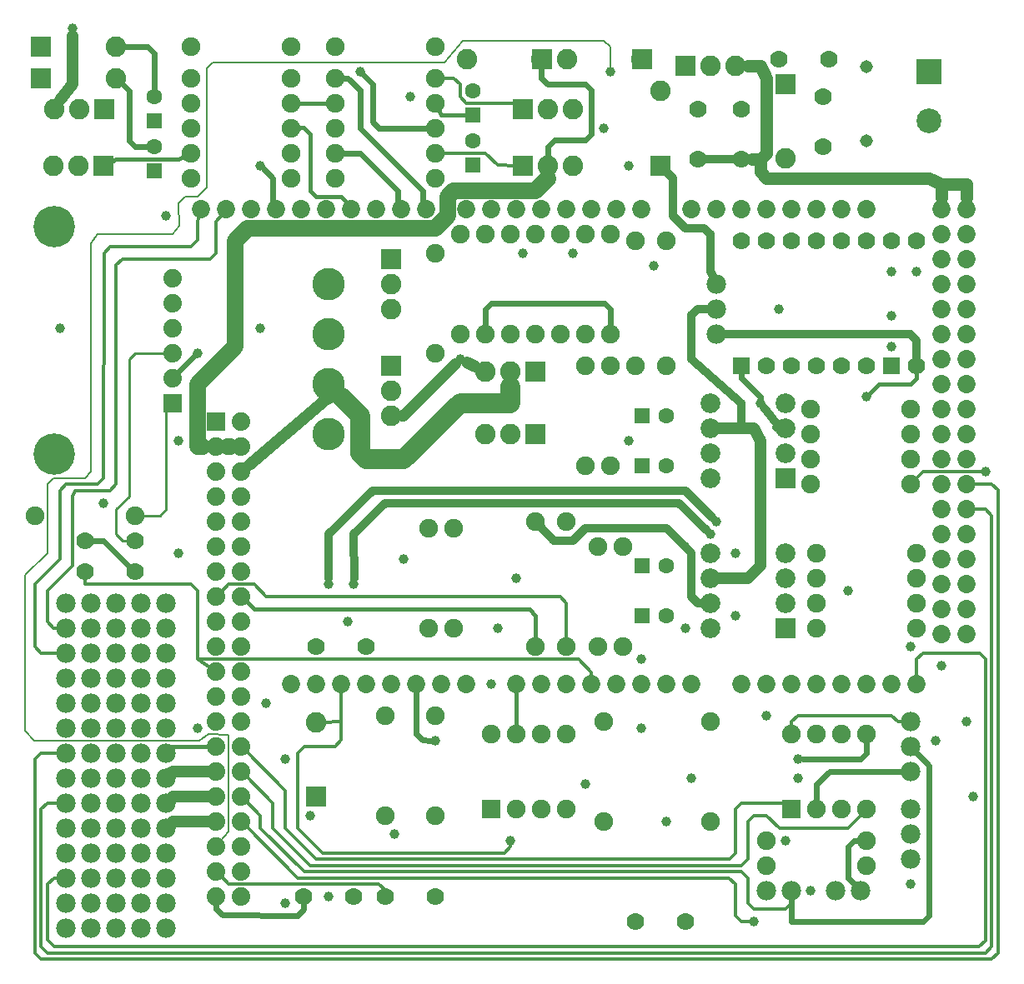
<source format=gbl>
G04 MADE WITH FRITZING*
G04 WWW.FRITZING.ORG*
G04 DOUBLE SIDED*
G04 HOLES PLATED*
G04 CONTOUR ON CENTER OF CONTOUR VECTOR*
%ASAXBY*%
%FSLAX23Y23*%
%MOIN*%
%OFA0B0*%
%SFA1.0B1.0*%
%ADD10C,0.039370*%
%ADD11C,0.074000*%
%ADD12C,0.165354*%
%ADD13C,0.070000*%
%ADD14C,0.078000*%
%ADD15C,0.075000*%
%ADD16C,0.130000*%
%ADD17C,0.072917*%
%ADD18C,0.082000*%
%ADD19C,0.051496*%
%ADD20C,0.079370*%
%ADD21C,0.062992*%
%ADD22C,0.099055*%
%ADD23R,0.074000X0.074000*%
%ADD24R,0.070000X0.070000*%
%ADD25R,0.075000X0.075000*%
%ADD26R,0.082000X0.082000*%
%ADD27R,0.079370X0.079370*%
%ADD28R,0.062992X0.062992*%
%ADD29R,0.099055X0.099055*%
%ADD30C,0.024000*%
%ADD31C,0.012000*%
%ADD32C,0.048000*%
%ADD33C,0.008000*%
%ADD34C,0.016000*%
%ADD35C,0.032000*%
%ADD36C,0.065000*%
%ADD37C,0.080000*%
%ADD38C,0.050000*%
%ADD39C,0.011111*%
%LNCOPPER0*%
G90*
G70*
G54D10*
X3566Y1378D03*
X2991Y1103D03*
X2441Y3303D03*
X2341Y3453D03*
X1966Y603D03*
X2491Y1328D03*
X716Y1053D03*
X2441Y2203D03*
X3041Y2728D03*
X1366Y3678D03*
X216Y3853D03*
X3116Y928D03*
X1666Y1003D03*
X2491Y1053D03*
X2591Y678D03*
X2266Y828D03*
X2691Y853D03*
X1166Y703D03*
X2366Y3678D03*
X1066Y928D03*
X1766Y2528D03*
X991Y1153D03*
X1916Y1453D03*
X3666Y1003D03*
X3691Y1303D03*
X2666Y1453D03*
X591Y3103D03*
G54D11*
X616Y2353D03*
X616Y2453D03*
X616Y2553D03*
X616Y2653D03*
X616Y2753D03*
X616Y2853D03*
G54D12*
X144Y2148D03*
X144Y3058D03*
G54D11*
X616Y2353D03*
X616Y2453D03*
X616Y2553D03*
X616Y2653D03*
X616Y2753D03*
X616Y2853D03*
G54D12*
X144Y2148D03*
X144Y3058D03*
G54D10*
X3491Y2878D03*
X3491Y2703D03*
X3491Y2578D03*
X3066Y603D03*
X3116Y853D03*
X3591Y2878D03*
X2216Y2953D03*
X2016Y2953D03*
X966Y2653D03*
X716Y2553D03*
X341Y1953D03*
X641Y2203D03*
X641Y1753D03*
X2866Y1753D03*
X2966Y2353D03*
X3391Y2378D03*
X1502Y628D03*
G54D13*
X3591Y3003D03*
X3591Y2503D03*
X3491Y3003D03*
X3491Y2503D03*
X3391Y3003D03*
X3391Y2503D03*
X3291Y3003D03*
X3291Y2503D03*
X3191Y3003D03*
X3191Y2503D03*
X3091Y3003D03*
X3091Y2503D03*
X2991Y3003D03*
X2991Y2503D03*
X2891Y3003D03*
X2891Y2503D03*
G54D10*
X3866Y2078D03*
X1566Y3578D03*
X3166Y403D03*
X3791Y1078D03*
X3816Y778D03*
X966Y3303D03*
X1891Y1228D03*
G54D14*
X191Y1553D03*
X291Y1553D03*
X391Y1553D03*
X491Y1553D03*
X591Y1553D03*
X191Y253D03*
X291Y253D03*
X391Y253D03*
X491Y253D03*
X591Y253D03*
X191Y853D03*
X191Y1153D03*
X191Y353D03*
X291Y353D03*
X391Y353D03*
X491Y353D03*
X591Y353D03*
X191Y1353D03*
X191Y1253D03*
X191Y1053D03*
X191Y753D03*
X191Y453D03*
X191Y953D03*
X191Y1453D03*
X191Y653D03*
X191Y553D03*
X291Y853D03*
X291Y1153D03*
X291Y1353D03*
X291Y1253D03*
X291Y1053D03*
X291Y753D03*
X291Y453D03*
X291Y953D03*
X291Y1453D03*
X291Y653D03*
X291Y553D03*
X391Y853D03*
X391Y1153D03*
X391Y1353D03*
X391Y1253D03*
X391Y1053D03*
X391Y753D03*
X391Y453D03*
X391Y953D03*
X391Y1453D03*
X391Y653D03*
X391Y553D03*
X491Y853D03*
X491Y1153D03*
X491Y1353D03*
X491Y1253D03*
X491Y1053D03*
X491Y753D03*
X491Y453D03*
X491Y953D03*
X491Y1453D03*
X491Y653D03*
X491Y553D03*
X591Y453D03*
X591Y553D03*
X591Y653D03*
X591Y753D03*
X591Y853D03*
X591Y953D03*
X591Y1053D03*
X591Y1153D03*
X591Y1253D03*
X591Y1353D03*
X591Y1453D03*
G54D15*
X1891Y728D03*
X1891Y1028D03*
X1991Y728D03*
X1991Y1028D03*
X2091Y728D03*
X2091Y1028D03*
X2191Y728D03*
X2191Y1028D03*
G54D16*
X1241Y2628D03*
X1241Y2828D03*
X1241Y2428D03*
X1241Y2228D03*
G54D10*
X1316Y1478D03*
X3316Y1603D03*
X2866Y1503D03*
X1991Y1653D03*
X1541Y1728D03*
X1241Y378D03*
X1066Y353D03*
X166Y2653D03*
X3566Y428D03*
X2541Y2903D03*
X2941Y278D03*
X2791Y1878D03*
X2766Y1828D03*
X1241Y1628D03*
X1341Y1628D03*
G54D15*
X3091Y728D03*
X3091Y1028D03*
X3191Y728D03*
X3191Y1028D03*
X3291Y728D03*
X3291Y1028D03*
X3391Y728D03*
X3391Y1028D03*
G54D11*
X891Y2278D03*
X891Y2178D03*
X891Y2078D03*
X891Y1978D03*
X891Y1878D03*
X891Y1778D03*
X891Y1678D03*
X891Y1578D03*
X891Y1478D03*
X891Y1378D03*
X891Y1278D03*
X891Y1178D03*
X891Y1078D03*
X891Y978D03*
X891Y878D03*
X891Y778D03*
X891Y678D03*
X891Y578D03*
X891Y478D03*
X891Y378D03*
X791Y2278D03*
X791Y2178D03*
X791Y2078D03*
X791Y1978D03*
X791Y1878D03*
X791Y1778D03*
X791Y1678D03*
X791Y1578D03*
X791Y1478D03*
X791Y1378D03*
X791Y1278D03*
X791Y1178D03*
X791Y1078D03*
X791Y978D03*
X791Y878D03*
X791Y778D03*
X791Y678D03*
X791Y578D03*
X791Y478D03*
X791Y378D03*
G54D17*
X2991Y1228D03*
X1391Y1228D03*
X3091Y1228D03*
X3191Y1228D03*
X3291Y1228D03*
X3391Y1228D03*
X3691Y2628D03*
X3491Y1228D03*
X3591Y1228D03*
X1431Y3128D03*
X1991Y1228D03*
X2091Y1228D03*
X2191Y1228D03*
X2291Y1228D03*
X3691Y1828D03*
X2391Y1228D03*
X2491Y1228D03*
X2591Y1228D03*
X2691Y1228D03*
X2191Y3128D03*
X3691Y3028D03*
X3691Y2228D03*
X3691Y1428D03*
X1031Y3128D03*
X1791Y1228D03*
X1791Y3128D03*
X3691Y2828D03*
X3691Y2428D03*
X3691Y2028D03*
X3391Y3128D03*
X3691Y1628D03*
X3291Y3128D03*
X3191Y3128D03*
X3091Y3128D03*
X2991Y3128D03*
X2891Y3128D03*
X2791Y3128D03*
X2691Y3128D03*
X831Y3128D03*
X1231Y3128D03*
X1631Y3128D03*
X1191Y1228D03*
X1591Y1228D03*
X2391Y3128D03*
X1991Y3128D03*
X3691Y3128D03*
X3691Y2928D03*
X3691Y2728D03*
X3691Y2528D03*
X3691Y2328D03*
X3691Y2128D03*
X3691Y1928D03*
X3691Y1728D03*
X3691Y1528D03*
X731Y3128D03*
X931Y3128D03*
X1131Y3128D03*
X1331Y3128D03*
X1531Y3128D03*
X1091Y1228D03*
X1291Y1228D03*
X1491Y1228D03*
X1691Y1228D03*
X2491Y3128D03*
X2291Y3128D03*
X2091Y3128D03*
X1891Y3128D03*
X3791Y3128D03*
X3791Y3028D03*
X3791Y2928D03*
X3791Y2828D03*
X3791Y2728D03*
X3791Y2628D03*
X3791Y2528D03*
X3791Y2428D03*
X3791Y2328D03*
X3791Y2228D03*
X3791Y2128D03*
X3791Y2028D03*
X3791Y1928D03*
X3791Y1828D03*
X3791Y1728D03*
X3791Y1628D03*
X3791Y1528D03*
X3791Y1428D03*
X2891Y1228D03*
G54D18*
X1491Y2503D03*
X1491Y2403D03*
X1491Y2303D03*
X2066Y2478D03*
X1966Y2478D03*
X1866Y2478D03*
X1491Y2928D03*
X1491Y2828D03*
X1491Y2728D03*
X2066Y2228D03*
X1966Y2228D03*
X1866Y2228D03*
G54D13*
X1191Y1378D03*
X1391Y1378D03*
G54D18*
X2566Y3303D03*
X2566Y3601D03*
G54D15*
X466Y1903D03*
X66Y1903D03*
G54D14*
X3566Y528D03*
X3566Y628D03*
X3566Y728D03*
X3566Y1078D03*
X3566Y978D03*
X3566Y878D03*
X2791Y2828D03*
X2791Y2728D03*
X2791Y2628D03*
G54D15*
X2991Y603D03*
X3391Y603D03*
X2991Y503D03*
X3391Y503D03*
G54D14*
X2991Y403D03*
X3091Y403D03*
X3266Y403D03*
X3366Y403D03*
G54D15*
X3591Y1453D03*
X3191Y1453D03*
X2366Y3028D03*
X2366Y2628D03*
X2266Y3028D03*
X2266Y2628D03*
X3566Y2028D03*
X3166Y2028D03*
X3591Y1753D03*
X3191Y1753D03*
X2166Y3028D03*
X2166Y2628D03*
X1666Y2953D03*
X1666Y2553D03*
X3566Y2328D03*
X3166Y2328D03*
G54D18*
X2666Y3703D03*
X2766Y3703D03*
X2866Y3703D03*
G54D13*
X3041Y3728D03*
X3241Y3728D03*
X2891Y3528D03*
X2891Y3328D03*
X3216Y3378D03*
X3216Y3578D03*
X2716Y3528D03*
X2716Y3328D03*
G54D18*
X3066Y3628D03*
X3066Y3330D03*
G54D19*
X3391Y3403D03*
X3391Y3698D03*
G54D20*
X3066Y1453D03*
X2766Y1453D03*
X3066Y1553D03*
X2766Y1553D03*
X3066Y1653D03*
X2766Y1653D03*
X3066Y1753D03*
X2766Y1753D03*
X3066Y2053D03*
X2766Y2053D03*
X3066Y2153D03*
X2766Y2153D03*
X3066Y2253D03*
X2766Y2253D03*
X3066Y2353D03*
X2766Y2353D03*
G54D15*
X3591Y1553D03*
X3191Y1553D03*
X1866Y3028D03*
X1866Y2628D03*
X1966Y3028D03*
X1966Y2628D03*
X3566Y2128D03*
X3166Y2128D03*
X3591Y1653D03*
X3191Y1653D03*
X2066Y3028D03*
X2066Y2628D03*
X1766Y3028D03*
X1766Y2628D03*
X3566Y2228D03*
X3166Y2228D03*
X2066Y1378D03*
X2066Y1878D03*
X2591Y2503D03*
X2591Y3003D03*
X2191Y1878D03*
X2191Y1378D03*
X2466Y3003D03*
X2466Y2503D03*
X2416Y1778D03*
X2416Y1378D03*
X2266Y2103D03*
X2266Y2503D03*
X2316Y1778D03*
X2316Y1378D03*
X2366Y2103D03*
X2366Y2503D03*
G54D21*
X2493Y1703D03*
X2591Y1703D03*
X2493Y2303D03*
X2591Y2303D03*
X2493Y1503D03*
X2591Y1503D03*
X2493Y2103D03*
X2591Y2103D03*
G54D15*
X1741Y1853D03*
X1741Y1453D03*
G54D13*
X1666Y378D03*
X1466Y378D03*
X1341Y378D03*
X1141Y378D03*
G54D15*
X1666Y703D03*
X1666Y1103D03*
X1466Y703D03*
X1466Y1103D03*
G54D18*
X1191Y778D03*
X1191Y1076D03*
G54D13*
X266Y1678D03*
X466Y1678D03*
X266Y1803D03*
X466Y1803D03*
X2666Y278D03*
X2466Y278D03*
G54D15*
X2766Y678D03*
X2766Y1078D03*
X2341Y678D03*
X2341Y1078D03*
X1641Y1853D03*
X1641Y1453D03*
X1091Y3253D03*
X691Y3253D03*
X1266Y3253D03*
X1666Y3253D03*
X1091Y3553D03*
X691Y3553D03*
X1266Y3553D03*
X1666Y3553D03*
G54D21*
X542Y3281D03*
X542Y3379D03*
X1816Y3305D03*
X1816Y3403D03*
X542Y3481D03*
X542Y3579D03*
X1816Y3505D03*
X1816Y3603D03*
G54D18*
X91Y3653D03*
X389Y3653D03*
X2091Y3728D03*
X1793Y3728D03*
X91Y3778D03*
X389Y3778D03*
X2491Y3728D03*
X2193Y3728D03*
X341Y3303D03*
X241Y3303D03*
X141Y3303D03*
X2016Y3303D03*
X2116Y3303D03*
X2216Y3303D03*
X342Y3529D03*
X242Y3529D03*
X142Y3529D03*
X2016Y3528D03*
X2116Y3528D03*
X2216Y3528D03*
G54D15*
X1091Y3353D03*
X691Y3353D03*
X1265Y3352D03*
X1665Y3352D03*
X1091Y3653D03*
X691Y3653D03*
X1265Y3652D03*
X1665Y3652D03*
X1091Y3453D03*
X691Y3453D03*
X1266Y3453D03*
X1666Y3453D03*
X1091Y3778D03*
X691Y3778D03*
X1266Y3778D03*
X1666Y3778D03*
G54D22*
X3641Y3678D03*
X3641Y3481D03*
G54D23*
X616Y2353D03*
X616Y2353D03*
G54D24*
X2891Y2503D03*
X3491Y2503D03*
G54D25*
X1891Y728D03*
X3091Y728D03*
G54D23*
X791Y2278D03*
G54D26*
X1491Y2503D03*
X2066Y2478D03*
X1491Y2928D03*
X2066Y2228D03*
X2566Y3302D03*
X2666Y3703D03*
X3066Y3629D03*
G54D27*
X3066Y1453D03*
X3066Y2053D03*
G54D28*
X2493Y1703D03*
X2493Y2303D03*
X2493Y1503D03*
X2493Y2103D03*
G54D26*
X1191Y777D03*
G54D28*
X542Y3281D03*
X1816Y3305D03*
X542Y3481D03*
X1816Y3505D03*
G54D26*
X90Y3653D03*
X2092Y3728D03*
X90Y3778D03*
X2492Y3728D03*
X341Y3303D03*
X2016Y3303D03*
X342Y3529D03*
X2016Y3528D03*
G54D29*
X3641Y3678D03*
G54D30*
X1016Y3253D02*
X980Y3290D01*
D02*
X1016Y3153D02*
X1016Y3253D01*
D02*
X1015Y3154D02*
X1016Y3153D01*
G54D31*
D02*
X3491Y1103D02*
X3116Y1103D01*
D02*
X3116Y1103D02*
X3091Y1078D01*
D02*
X3491Y1103D02*
X3517Y1079D01*
D02*
X3091Y1078D02*
X3091Y1051D01*
D02*
X3517Y1079D02*
X3542Y1078D01*
D02*
X1142Y977D02*
X1267Y977D01*
D02*
X1267Y977D02*
X1291Y1004D01*
D02*
X1291Y1004D02*
X1291Y1077D01*
D02*
X1116Y952D02*
X1142Y977D01*
D02*
X1291Y1077D02*
X1291Y1203D01*
D02*
X1942Y552D02*
X1216Y552D01*
D02*
X1216Y552D02*
X1116Y652D01*
D02*
X1967Y577D02*
X1942Y552D01*
D02*
X1116Y652D02*
X1116Y952D01*
D02*
X1966Y590D02*
X1967Y577D01*
D02*
X1218Y1076D02*
X1291Y1077D01*
G54D30*
D02*
X1441Y3453D02*
X1638Y3453D01*
D02*
X1416Y3628D02*
X1416Y3478D01*
D02*
X1416Y3478D02*
X1441Y3453D01*
D02*
X1380Y3665D02*
X1416Y3628D01*
G54D32*
D02*
X216Y3628D02*
X168Y3564D01*
D02*
X216Y3823D02*
X216Y3628D01*
D02*
X1793Y2515D02*
X1828Y2497D01*
G54D30*
D02*
X3366Y928D02*
X3135Y928D01*
D02*
X3391Y953D02*
X3366Y928D01*
D02*
X3391Y999D02*
X3391Y953D01*
D02*
X3091Y278D02*
X3091Y373D01*
D02*
X3616Y278D02*
X3091Y278D01*
D02*
X3641Y303D02*
X3616Y278D01*
D02*
X3641Y903D02*
X3641Y303D01*
D02*
X3587Y957D02*
X3641Y903D01*
D02*
X1591Y1028D02*
X1591Y1198D01*
D02*
X1616Y1004D02*
X1591Y1028D01*
D02*
X1647Y1003D02*
X1616Y1004D01*
D02*
X2966Y2378D02*
X2966Y2372D01*
D02*
X2891Y2453D02*
X2966Y2378D01*
D02*
X2891Y2477D02*
X2891Y2453D01*
G54D33*
D02*
X641Y3152D02*
X665Y3178D01*
D02*
X717Y3178D02*
X754Y3215D01*
D02*
X665Y3178D02*
X717Y3178D01*
D02*
X618Y3028D02*
X643Y3061D01*
D02*
X317Y3028D02*
X618Y3028D01*
D02*
X643Y3061D02*
X641Y3152D01*
D02*
X291Y2078D02*
X291Y2991D01*
D02*
X265Y2052D02*
X291Y2078D01*
D02*
X141Y2052D02*
X265Y2052D01*
D02*
X115Y2028D02*
X141Y2052D01*
D02*
X117Y1752D02*
X115Y2028D01*
D02*
X28Y1665D02*
X117Y1752D01*
D02*
X28Y1043D02*
X28Y1665D01*
D02*
X761Y1029D02*
X724Y1002D01*
D02*
X724Y1002D02*
X63Y1002D01*
D02*
X840Y637D02*
X840Y1026D01*
D02*
X63Y1002D02*
X28Y1043D01*
D02*
X808Y598D02*
X840Y637D01*
D02*
X840Y1026D02*
X761Y1029D01*
D02*
X291Y2991D02*
X317Y3028D01*
D02*
X754Y3691D02*
X778Y3715D01*
D02*
X754Y3215D02*
X754Y3691D01*
D02*
X778Y3715D02*
X1704Y3715D01*
D02*
X1704Y3715D02*
X1778Y3802D01*
D02*
X2341Y3802D02*
X2367Y3778D01*
D02*
X1778Y3802D02*
X2341Y3802D01*
D02*
X2367Y3778D02*
X2366Y3691D01*
G54D32*
D02*
X1541Y2303D02*
X1534Y2303D01*
D02*
X1745Y2507D02*
X1541Y2303D01*
G54D30*
D02*
X703Y2540D02*
X638Y2475D01*
G54D32*
D02*
X2917Y1653D02*
X2766Y1653D01*
D02*
X2966Y1703D02*
X2917Y1653D01*
G54D34*
D02*
X3440Y2428D02*
X3401Y2388D01*
G54D35*
D02*
X2981Y2334D02*
X3043Y2254D01*
D02*
X3043Y2254D02*
X3030Y2254D01*
G54D31*
D02*
X3616Y2078D02*
X3582Y2044D01*
D02*
X3853Y2078D02*
X3616Y2078D01*
G54D34*
D02*
X616Y979D02*
X608Y970D01*
G54D32*
D02*
X616Y778D02*
X609Y770D01*
D02*
X616Y678D02*
X609Y670D01*
G54D31*
D02*
X91Y953D02*
X167Y953D01*
D02*
X116Y753D02*
X167Y753D01*
D02*
X142Y453D02*
X167Y453D01*
D02*
X91Y1353D02*
X167Y1353D01*
D02*
X141Y1453D02*
X167Y1453D01*
G54D30*
D02*
X341Y1803D02*
X292Y1803D01*
D02*
X448Y1696D02*
X341Y1803D01*
G54D32*
D02*
X617Y879D02*
X608Y871D01*
G54D34*
D02*
X1991Y1177D02*
X1991Y1051D01*
G54D36*
D02*
X845Y2178D02*
X838Y2178D01*
G54D32*
D02*
X1242Y2377D02*
X1242Y2371D01*
D02*
X923Y2105D02*
X1242Y2377D01*
G54D34*
D02*
X766Y978D02*
X616Y979D01*
G54D32*
D02*
X766Y878D02*
X617Y879D01*
D02*
X766Y778D02*
X616Y778D01*
D02*
X766Y678D02*
X616Y678D01*
G54D37*
D02*
X1366Y2153D02*
X1391Y2128D01*
D02*
X1366Y2303D02*
X1366Y2153D01*
D02*
X1391Y2128D02*
X1541Y2128D01*
D02*
X1541Y2128D02*
X1766Y2353D01*
D02*
X1766Y2353D02*
X1966Y2353D01*
D02*
X1966Y2353D02*
X1966Y2418D01*
D02*
X1293Y2376D02*
X1366Y2303D01*
G54D34*
D02*
X1991Y1203D02*
X1991Y1177D01*
G54D38*
D02*
X3641Y3252D02*
X3691Y3228D01*
D02*
X2991Y3252D02*
X3641Y3252D01*
D02*
X2965Y3278D02*
X2991Y3252D01*
D02*
X3691Y3228D02*
X3691Y3175D01*
D02*
X2967Y3328D02*
X2965Y3278D01*
D02*
X3791Y3228D02*
X3791Y3175D01*
D02*
X3691Y3228D02*
X3791Y3228D01*
G54D31*
D02*
X716Y1328D02*
X770Y1292D01*
G54D35*
D02*
X3591Y2603D02*
X3591Y2535D01*
D02*
X3567Y2628D02*
X3591Y2603D01*
D02*
X2827Y2628D02*
X3567Y2628D01*
G54D34*
D02*
X3440Y2428D02*
X3566Y2428D01*
D02*
X3591Y2453D02*
X3591Y2482D01*
D02*
X3566Y2428D02*
X3591Y2453D01*
G54D31*
D02*
X2891Y479D02*
X2917Y453D01*
D02*
X2917Y453D02*
X2916Y353D01*
D02*
X2916Y353D02*
X2941Y328D01*
D02*
X2941Y328D02*
X3066Y328D01*
D02*
X1142Y479D02*
X2891Y479D01*
D02*
X3066Y328D02*
X3091Y353D01*
D02*
X3091Y353D02*
X3091Y378D01*
D02*
X966Y653D02*
X1142Y479D01*
D02*
X966Y703D02*
X966Y653D01*
D02*
X909Y760D02*
X966Y703D01*
D02*
X2841Y453D02*
X1117Y453D01*
D02*
X2866Y428D02*
X2841Y453D01*
D02*
X2865Y302D02*
X2866Y428D01*
D02*
X1117Y453D02*
X909Y660D01*
D02*
X2891Y277D02*
X2865Y302D01*
D02*
X2928Y278D02*
X2891Y277D01*
G54D30*
D02*
X791Y328D02*
X791Y347D01*
D02*
X816Y304D02*
X791Y328D01*
D02*
X1116Y303D02*
X816Y304D01*
D02*
X1141Y328D02*
X1116Y303D01*
D02*
X1141Y352D02*
X1141Y328D01*
G54D31*
D02*
X1440Y428D02*
X840Y428D01*
D02*
X840Y428D02*
X809Y460D01*
D02*
X1467Y404D02*
X1440Y428D01*
D02*
X1467Y399D02*
X1467Y404D01*
D02*
X116Y428D02*
X116Y204D01*
D02*
X116Y204D02*
X142Y177D01*
D02*
X142Y453D02*
X116Y428D01*
D02*
X142Y177D02*
X3840Y177D01*
D02*
X3840Y177D02*
X3866Y203D01*
D02*
X3866Y203D02*
X3867Y1328D01*
D02*
X3616Y1352D02*
X3591Y1328D01*
D02*
X3842Y1352D02*
X3616Y1352D01*
D02*
X3591Y1328D02*
X3591Y1253D01*
D02*
X3867Y1328D02*
X3842Y1352D01*
D02*
X91Y728D02*
X91Y179D01*
D02*
X116Y753D02*
X91Y728D01*
D02*
X91Y179D02*
X116Y152D01*
D02*
X3866Y153D02*
X3891Y177D01*
D02*
X3867Y1928D02*
X3816Y1928D01*
D02*
X116Y152D02*
X3866Y153D01*
D02*
X3891Y177D02*
X3891Y1900D01*
D02*
X3891Y1900D02*
X3867Y1928D01*
D02*
X91Y953D02*
X67Y928D01*
D02*
X67Y928D02*
X67Y152D01*
D02*
X67Y152D02*
X91Y128D01*
D02*
X3917Y153D02*
X3916Y2004D01*
D02*
X3916Y2004D02*
X3891Y2028D01*
D02*
X91Y128D02*
X3891Y128D01*
D02*
X3891Y128D02*
X3917Y153D01*
D02*
X3891Y2028D02*
X3816Y2028D01*
D02*
X2891Y753D02*
X3066Y753D01*
D02*
X2866Y728D02*
X2891Y753D01*
D02*
X2866Y553D02*
X2866Y728D01*
D02*
X2842Y528D02*
X2866Y553D01*
D02*
X1191Y528D02*
X2842Y528D01*
D02*
X1067Y653D02*
X1191Y528D01*
D02*
X1066Y803D02*
X1067Y653D01*
D02*
X3066Y753D02*
X3075Y744D01*
D02*
X909Y960D02*
X1066Y803D01*
D02*
X1017Y753D02*
X1017Y653D01*
D02*
X2891Y503D02*
X2917Y528D01*
D02*
X1166Y503D02*
X2891Y503D01*
D02*
X1017Y653D02*
X1166Y503D01*
D02*
X2917Y528D02*
X2917Y677D01*
D02*
X2940Y703D02*
X2991Y703D01*
D02*
X2917Y677D02*
X2940Y703D01*
D02*
X2991Y703D02*
X3042Y653D01*
D02*
X3042Y653D02*
X3317Y653D01*
D02*
X3317Y653D02*
X3375Y712D01*
D02*
X909Y860D02*
X1017Y753D01*
D02*
X991Y1577D02*
X2166Y1577D01*
D02*
X2166Y1577D02*
X2191Y1553D01*
D02*
X942Y1628D02*
X991Y1577D01*
D02*
X2191Y1553D02*
X2191Y1401D01*
D02*
X840Y1628D02*
X942Y1628D01*
D02*
X809Y1596D02*
X840Y1628D01*
G54D34*
D02*
X909Y1560D02*
X942Y1528D01*
D02*
X942Y1528D02*
X2042Y1528D01*
D02*
X2042Y1528D02*
X2066Y1503D01*
D02*
X2066Y1503D02*
X2066Y1401D01*
G54D35*
D02*
X1241Y1828D02*
X1417Y2002D01*
D02*
X1417Y2002D02*
X2665Y2002D01*
D02*
X2665Y2002D02*
X2774Y1895D01*
D02*
X1241Y1653D02*
X1241Y1828D01*
D02*
X1342Y1652D02*
X1342Y1653D01*
D02*
X1341Y1828D02*
X1342Y1652D01*
D02*
X1465Y1952D02*
X1341Y1828D01*
D02*
X2641Y1953D02*
X1465Y1952D01*
D02*
X2749Y1845D02*
X2641Y1953D01*
G54D31*
D02*
X341Y2052D02*
X315Y2028D01*
D02*
X315Y2028D02*
X191Y2028D01*
D02*
X66Y1378D02*
X91Y1353D01*
D02*
X65Y1628D02*
X66Y1378D01*
D02*
X165Y1728D02*
X65Y1628D01*
D02*
X167Y2002D02*
X165Y1728D01*
D02*
X191Y2028D02*
X167Y2002D01*
D02*
X342Y2952D02*
X341Y2052D01*
D02*
X691Y2979D02*
X367Y2977D01*
D02*
X716Y3079D02*
X716Y3004D01*
D02*
X716Y3004D02*
X691Y2979D01*
D02*
X367Y2977D02*
X342Y2952D01*
D02*
X724Y3105D02*
X716Y3079D01*
D02*
X391Y2028D02*
X366Y2003D01*
D02*
X791Y2952D02*
X767Y2928D01*
D02*
X791Y3078D02*
X791Y2952D01*
D02*
X767Y2928D02*
X416Y2928D01*
D02*
X416Y2928D02*
X391Y2904D01*
D02*
X391Y2904D02*
X391Y2028D01*
D02*
X366Y2003D02*
X228Y2002D01*
D02*
X116Y1477D02*
X141Y1453D01*
D02*
X115Y1602D02*
X116Y1477D01*
D02*
X217Y1978D02*
X217Y1702D01*
D02*
X217Y1702D02*
X115Y1602D01*
D02*
X228Y2002D02*
X217Y1978D01*
D02*
X816Y3109D02*
X791Y3078D01*
G54D39*
D02*
X466Y2553D02*
X442Y2528D01*
D02*
X591Y2553D02*
X466Y2553D01*
D02*
X417Y1803D02*
X446Y1803D01*
D02*
X391Y1828D02*
X417Y1803D01*
D02*
X391Y1928D02*
X391Y1828D01*
D02*
X442Y1977D02*
X391Y1928D01*
D02*
X442Y2528D02*
X442Y1977D01*
G54D35*
D02*
X2266Y1853D02*
X2216Y1803D01*
D02*
X2216Y1803D02*
X2141Y1803D01*
D02*
X2141Y1803D02*
X2090Y1854D01*
D02*
X2591Y1853D02*
X2266Y1853D01*
D02*
X2667Y1777D02*
X2591Y1853D01*
D02*
X2666Y1777D02*
X2667Y1777D01*
D02*
X2691Y1753D02*
X2666Y1777D01*
D02*
X2691Y1578D02*
X2691Y1753D01*
D02*
X2716Y1553D02*
X2691Y1578D01*
D02*
X2730Y1553D02*
X2716Y1553D01*
G54D32*
D02*
X2808Y2253D02*
X2941Y2252D01*
G54D35*
D02*
X2691Y2704D02*
X2716Y2728D01*
D02*
X2891Y2252D02*
X2891Y2352D01*
D02*
X2891Y2352D02*
X2691Y2528D01*
D02*
X2691Y2528D02*
X2691Y2704D01*
D02*
X2941Y2252D02*
X2891Y2252D01*
D02*
X2716Y2728D02*
X2756Y2728D01*
G54D32*
D02*
X2966Y2203D02*
X2966Y1703D01*
D02*
X2941Y2252D02*
X2966Y2203D01*
G54D34*
D02*
X1114Y3553D02*
X1243Y3553D01*
G54D30*
D02*
X1891Y2753D02*
X2342Y2753D01*
D02*
X2342Y2753D02*
X2367Y2728D01*
D02*
X2367Y2728D02*
X2366Y2657D01*
D02*
X1867Y2728D02*
X1891Y2753D01*
D02*
X1866Y2657D02*
X1867Y2728D01*
G54D35*
D02*
X2617Y3252D02*
X2617Y3102D01*
D02*
X2767Y3028D02*
X2766Y2879D01*
D02*
X2766Y2879D02*
X2775Y2860D01*
D02*
X2741Y3052D02*
X2767Y3028D01*
D02*
X2667Y3052D02*
X2741Y3052D01*
D02*
X2617Y3102D02*
X2667Y3052D01*
D02*
X2593Y3276D02*
X2617Y3252D01*
G54D31*
D02*
X691Y1628D02*
X267Y1628D01*
D02*
X267Y1628D02*
X267Y1657D01*
D02*
X715Y1602D02*
X691Y1628D01*
D02*
X716Y1328D02*
X715Y1602D01*
D02*
X1043Y1328D02*
X716Y1328D01*
D02*
X2291Y1276D02*
X2241Y1328D01*
D02*
X2291Y1253D02*
X2291Y1276D01*
G54D39*
D02*
X566Y1903D02*
X489Y1903D01*
D02*
X591Y1928D02*
X566Y1903D01*
D02*
X591Y2328D02*
X591Y1928D01*
D02*
X598Y2335D02*
X591Y2328D01*
G54D30*
D02*
X3317Y577D02*
X3317Y453D01*
D02*
X3340Y603D02*
X3317Y577D01*
D02*
X3363Y603D02*
X3340Y603D01*
D02*
X3242Y877D02*
X3536Y878D01*
D02*
X3191Y828D02*
X3242Y877D01*
D02*
X3191Y757D02*
X3191Y828D01*
G54D38*
D02*
X2967Y3702D02*
X2991Y3652D01*
D02*
X2967Y3328D02*
X2934Y3328D01*
D02*
X2991Y3352D02*
X2967Y3328D01*
D02*
X2991Y3652D02*
X2991Y3352D01*
D02*
X2915Y3703D02*
X2967Y3702D01*
G54D35*
D02*
X2860Y3328D02*
X2748Y3328D01*
G54D34*
D02*
X641Y3328D02*
X671Y3343D01*
D02*
X391Y3328D02*
X641Y3328D01*
D02*
X365Y3315D02*
X391Y3328D01*
G54D30*
D02*
X1517Y3203D02*
X1367Y3352D01*
D02*
X1517Y3153D02*
X1517Y3203D01*
D02*
X1516Y3154D02*
X1517Y3153D01*
D02*
X1367Y3352D02*
X1294Y3352D01*
D02*
X1615Y3154D02*
X1616Y3152D01*
D02*
X1616Y3203D02*
X1367Y3452D01*
D02*
X1616Y3152D02*
X1616Y3203D01*
G54D34*
D02*
X1141Y3454D02*
X1114Y3453D01*
D02*
X1167Y3202D02*
X1166Y3428D01*
D02*
X1166Y3428D02*
X1141Y3454D01*
D02*
X1191Y3178D02*
X1167Y3202D01*
D02*
X1317Y3153D02*
X1291Y3178D01*
D02*
X1291Y3178D02*
X1191Y3178D01*
D02*
X1319Y3149D02*
X1317Y3153D01*
D02*
X1691Y3504D02*
X1795Y3504D01*
D02*
X1677Y3532D02*
X1691Y3504D01*
G54D31*
D02*
X1991Y3552D02*
X1791Y3552D01*
D02*
X1767Y3578D02*
X1767Y3628D01*
D02*
X1741Y3652D02*
X1691Y3652D01*
D02*
X1767Y3628D02*
X1741Y3652D01*
D02*
X1691Y3652D02*
X1688Y3652D01*
D02*
X1791Y3552D02*
X1767Y3578D01*
D02*
X1997Y3547D02*
X1991Y3552D01*
G54D30*
D02*
X2291Y3604D02*
X2291Y3428D01*
D02*
X2091Y3652D02*
X2116Y3628D01*
D02*
X2116Y3628D02*
X2267Y3628D01*
D02*
X2291Y3428D02*
X2267Y3404D01*
D02*
X2142Y3404D02*
X2116Y3377D01*
D02*
X2267Y3628D02*
X2291Y3604D01*
D02*
X2116Y3377D02*
X2116Y3335D01*
D02*
X2267Y3404D02*
X2142Y3404D01*
D02*
X2091Y3696D02*
X2091Y3652D01*
D02*
X542Y3752D02*
X516Y3779D01*
D02*
X516Y3779D02*
X421Y3778D01*
D02*
X542Y3606D02*
X542Y3752D01*
D02*
X442Y3403D02*
X442Y3603D01*
D02*
X466Y3379D02*
X442Y3403D01*
D02*
X442Y3603D02*
X412Y3631D01*
D02*
X515Y3379D02*
X466Y3379D01*
G54D31*
D02*
X1916Y3304D02*
X1990Y3303D01*
D02*
X1867Y3352D02*
X1916Y3304D01*
D02*
X1688Y3352D02*
X1867Y3352D01*
D02*
X2241Y1328D02*
X1043Y1328D01*
G54D30*
D02*
X3317Y453D02*
X3345Y424D01*
G54D36*
D02*
X2116Y3253D02*
X2116Y3249D01*
D02*
X2065Y3202D02*
X2116Y3253D01*
D02*
X1741Y3202D02*
X2065Y3202D01*
D02*
X1717Y3178D02*
X1741Y3202D01*
D02*
X1717Y3102D02*
X1717Y3178D01*
D02*
X1667Y3052D02*
X1717Y3102D01*
D02*
X917Y3052D02*
X1667Y3052D01*
D02*
X865Y3002D02*
X917Y3052D01*
D02*
X841Y2552D02*
X865Y2578D01*
D02*
X865Y2578D02*
X865Y3002D01*
D02*
X716Y2177D02*
X716Y2428D01*
D02*
X716Y2428D02*
X841Y2552D01*
D02*
X738Y2177D02*
X716Y2177D01*
G54D30*
D02*
X1367Y3452D02*
X1367Y3604D01*
D02*
X1316Y3652D02*
X1294Y3652D01*
D02*
X1367Y3604D02*
X1316Y3652D01*
G04 End of Copper0*
M02*
</source>
